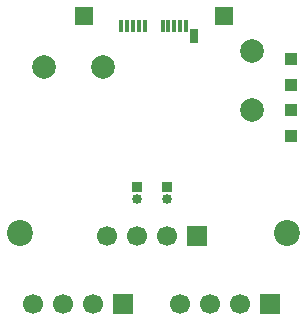
<source format=gbr>
%TF.GenerationSoftware,KiCad,Pcbnew,9.0.5*%
%TF.CreationDate,2025-10-22T16:43:26-04:00*%
%TF.ProjectId,USBC_I2C,55534243-5f49-4324-932e-6b696361645f,rev?*%
%TF.SameCoordinates,Original*%
%TF.FileFunction,Soldermask,Bot*%
%TF.FilePolarity,Negative*%
%FSLAX46Y46*%
G04 Gerber Fmt 4.6, Leading zero omitted, Abs format (unit mm)*
G04 Created by KiCad (PCBNEW 9.0.5) date 2025-10-22 16:43:26*
%MOMM*%
%LPD*%
G01*
G04 APERTURE LIST*
%ADD10R,0.380000X1.000000*%
%ADD11R,0.700000X1.150000*%
%ADD12R,1.700000X1.700000*%
%ADD13C,1.700000*%
%ADD14C,2.000000*%
%ADD15C,2.200000*%
%ADD16R,0.850000X0.850000*%
%ADD17C,0.850000*%
%ADD18R,1.000000X1.000000*%
%ADD19R,1.500000X1.500000*%
G04 APERTURE END LIST*
D10*
%TO.C,USB1*%
X99560000Y-59182000D03*
X99060000Y-59182000D03*
X98560000Y-59182000D03*
X98060000Y-59182000D03*
X97560000Y-59182000D03*
X96060000Y-59182000D03*
X95560000Y-59182000D03*
X95060000Y-59182000D03*
X94560000Y-59182000D03*
X94060000Y-59182000D03*
D11*
X100230000Y-60022000D03*
%TD*%
D12*
%TO.C,REF\u002A\u002A*%
X94234000Y-82737000D03*
D13*
X91694000Y-82737000D03*
X89154000Y-82737000D03*
X86614000Y-82737000D03*
%TD*%
D14*
%TO.C,REF\u002A\u002A*%
X92517600Y-62687200D03*
X87517600Y-62687200D03*
%TD*%
D12*
%TO.C,REF\u002A\u002A*%
X100457000Y-76962000D03*
D13*
X97917000Y-76962000D03*
X95377000Y-76962000D03*
X92837000Y-76962000D03*
%TD*%
D15*
%TO.C,H1*%
X85520000Y-76660000D03*
%TD*%
D16*
%TO.C,REF\u002A\u002A*%
X95377000Y-72787000D03*
D17*
X95377000Y-73787000D03*
%TD*%
D16*
%TO.C,REF\u002A\u002A*%
X97917000Y-72787000D03*
D17*
X97917000Y-73787000D03*
%TD*%
D14*
%TO.C,REF\u002A\u002A*%
X105156000Y-61254000D03*
X105156000Y-66254000D03*
%TD*%
D15*
%TO.C,H2*%
X108120000Y-76660000D03*
%TD*%
D12*
%TO.C,REF\u002A\u002A*%
X106680000Y-82737000D03*
D13*
X104140000Y-82737000D03*
X101600000Y-82737000D03*
X99060000Y-82737000D03*
%TD*%
D18*
%TO.C,REF\u002A\u002A*%
X108458000Y-61976000D03*
%TD*%
D19*
%TO.C,*%
X102768400Y-58369200D03*
%TD*%
D18*
%TO.C,REF\u002A\u002A*%
X108458000Y-68453000D03*
%TD*%
%TO.C,REF\u002A\u002A*%
X108458000Y-66294000D03*
%TD*%
D19*
%TO.C,*%
X90932000Y-58369200D03*
%TD*%
D18*
%TO.C,REF\u002A\u002A*%
X108458000Y-64135000D03*
%TD*%
M02*

</source>
